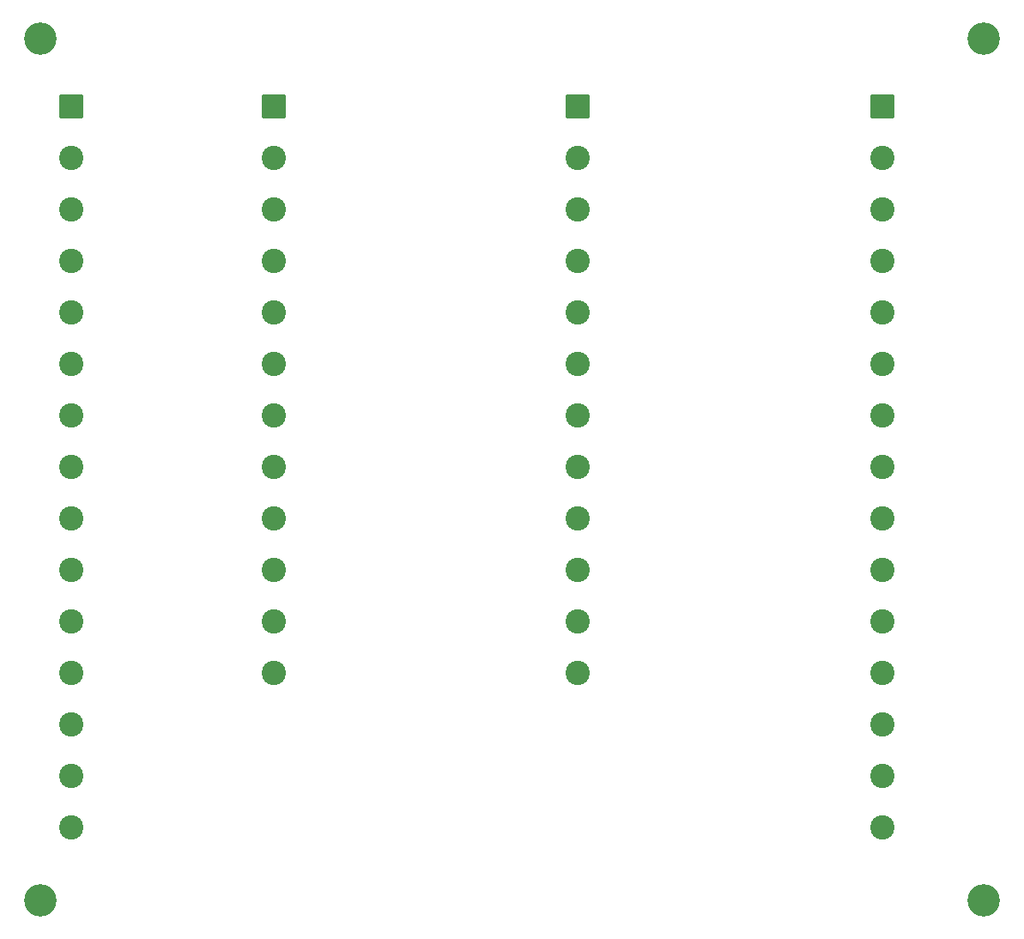
<source format=gbr>
%TF.GenerationSoftware,KiCad,Pcbnew,9.0.2*%
%TF.CreationDate,2026-01-05T12:02:41+00:00*%
%TF.ProjectId,endstop-interface-board,656e6473-746f-4702-9d69-6e7465726661,rev?*%
%TF.SameCoordinates,Original*%
%TF.FileFunction,Soldermask,Bot*%
%TF.FilePolarity,Negative*%
%FSLAX46Y46*%
G04 Gerber Fmt 4.6, Leading zero omitted, Abs format (unit mm)*
G04 Created by KiCad (PCBNEW 9.0.2) date 2026-01-05 12:02:41*
%MOMM*%
%LPD*%
G01*
G04 APERTURE LIST*
G04 Aperture macros list*
%AMRoundRect*
0 Rectangle with rounded corners*
0 $1 Rounding radius*
0 $2 $3 $4 $5 $6 $7 $8 $9 X,Y pos of 4 corners*
0 Add a 4 corners polygon primitive as box body*
4,1,4,$2,$3,$4,$5,$6,$7,$8,$9,$2,$3,0*
0 Add four circle primitives for the rounded corners*
1,1,$1+$1,$2,$3*
1,1,$1+$1,$4,$5*
1,1,$1+$1,$6,$7*
1,1,$1+$1,$8,$9*
0 Add four rect primitives between the rounded corners*
20,1,$1+$1,$2,$3,$4,$5,0*
20,1,$1+$1,$4,$5,$6,$7,0*
20,1,$1+$1,$6,$7,$8,$9,0*
20,1,$1+$1,$8,$9,$2,$3,0*%
G04 Aperture macros list end*
%ADD10RoundRect,0.250001X-0.949999X0.949999X-0.949999X-0.949999X0.949999X-0.949999X0.949999X0.949999X0*%
%ADD11C,2.400000*%
%ADD12C,3.200000*%
G04 APERTURE END LIST*
D10*
%TO.C,J3*%
X86500000Y-64140000D03*
D11*
X86500000Y-69220000D03*
X86500000Y-74300000D03*
X86500000Y-79380000D03*
X86500000Y-84460000D03*
X86500000Y-89540000D03*
X86500000Y-94620000D03*
X86500000Y-99700000D03*
X86500000Y-104780000D03*
X86500000Y-109860000D03*
X86500000Y-114940000D03*
X86500000Y-120020000D03*
%TD*%
D10*
%TO.C,J1*%
X66500000Y-64140000D03*
D11*
X66500000Y-69220000D03*
X66500000Y-74300000D03*
X66500000Y-79380000D03*
X66500000Y-84460000D03*
X66500000Y-89540000D03*
X66500000Y-94620000D03*
X66500000Y-99700000D03*
X66500000Y-104780000D03*
X66500000Y-109860000D03*
X66500000Y-114940000D03*
X66500000Y-120020000D03*
X66500000Y-125100000D03*
X66500000Y-130180000D03*
X66500000Y-135260000D03*
%TD*%
%TO.C,J2*%
X116500000Y-120020000D03*
X116500000Y-114940000D03*
X116500000Y-109860000D03*
X116500000Y-104780000D03*
X116500000Y-99700000D03*
X116500000Y-94620000D03*
X116500000Y-89540000D03*
X116500000Y-84460000D03*
X116500000Y-79380000D03*
X116500000Y-74300000D03*
X116500000Y-69220000D03*
D10*
X116500000Y-64140000D03*
%TD*%
%TO.C,J4*%
X146500000Y-64140000D03*
D11*
X146500000Y-69220000D03*
X146500000Y-74300000D03*
X146500000Y-79380000D03*
X146500000Y-84460000D03*
X146500000Y-89540000D03*
X146500000Y-94620000D03*
X146500000Y-99700000D03*
X146500000Y-104780000D03*
X146500000Y-109860000D03*
X146500000Y-114940000D03*
X146500000Y-120020000D03*
X146500000Y-125100000D03*
X146500000Y-130180000D03*
X146500000Y-135260000D03*
%TD*%
D12*
%TO.C,H4*%
X156500000Y-142500000D03*
%TD*%
%TO.C,H3*%
X156500000Y-57500000D03*
%TD*%
%TO.C,H2*%
X63500000Y-142500000D03*
%TD*%
%TO.C,H1*%
X63500000Y-57500000D03*
%TD*%
M02*

</source>
